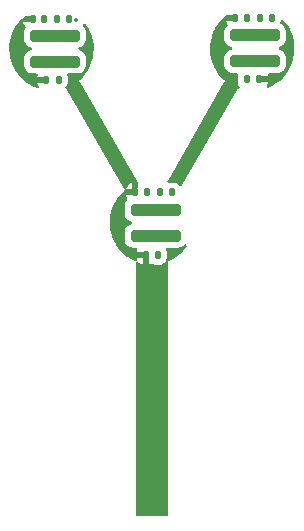
<source format=gbr>
%TF.GenerationSoftware,KiCad,Pcbnew,8.0.8-8.0.8-0~ubuntu22.04.1*%
%TF.CreationDate,2025-03-19T14:39:25-04:00*%
%TF.ProjectId,hpk_5mm,68706b5f-356d-46d2-9e6b-696361645f70,rev?*%
%TF.SameCoordinates,Original*%
%TF.FileFunction,Copper,L2,Bot*%
%TF.FilePolarity,Positive*%
%FSLAX46Y46*%
G04 Gerber Fmt 4.6, Leading zero omitted, Abs format (unit mm)*
G04 Created by KiCad (PCBNEW 8.0.8-8.0.8-0~ubuntu22.04.1) date 2025-03-19 14:39:25*
%MOMM*%
%LPD*%
G01*
G04 APERTURE LIST*
G04 Aperture macros list*
%AMRoundRect*
0 Rectangle with rounded corners*
0 $1 Rounding radius*
0 $2 $3 $4 $5 $6 $7 $8 $9 X,Y pos of 4 corners*
0 Add a 4 corners polygon primitive as box body*
4,1,4,$2,$3,$4,$5,$6,$7,$8,$9,$2,$3,0*
0 Add four circle primitives for the rounded corners*
1,1,$1+$1,$2,$3*
1,1,$1+$1,$4,$5*
1,1,$1+$1,$6,$7*
1,1,$1+$1,$8,$9*
0 Add four rect primitives between the rounded corners*
20,1,$1+$1,$2,$3,$4,$5,0*
20,1,$1+$1,$4,$5,$6,$7,0*
20,1,$1+$1,$6,$7,$8,$9,0*
20,1,$1+$1,$8,$9,$2,$3,0*%
G04 Aperture macros list end*
%TA.AperFunction,SMDPad,CuDef*%
%ADD10RoundRect,0.250000X1.875000X0.250000X-1.875000X0.250000X-1.875000X-0.250000X1.875000X-0.250000X0*%
%TD*%
%TA.AperFunction,SMDPad,CuDef*%
%ADD11RoundRect,0.140000X0.140000X0.170000X-0.140000X0.170000X-0.140000X-0.170000X0.140000X-0.170000X0*%
%TD*%
%TA.AperFunction,SMDPad,CuDef*%
%ADD12RoundRect,0.135000X-0.135000X-0.185000X0.135000X-0.185000X0.135000X0.185000X-0.135000X0.185000X0*%
%TD*%
%TA.AperFunction,SMDPad,CuDef*%
%ADD13RoundRect,0.135000X0.135000X0.185000X-0.135000X0.185000X-0.135000X-0.185000X0.135000X-0.185000X0*%
%TD*%
%TA.AperFunction,ViaPad*%
%ADD14C,0.355600*%
%TD*%
G04 APERTURE END LIST*
D10*
%TO.P,D2,1,K*%
%TO.N,Net-(D2-K)*%
X155254100Y-65408900D03*
%TO.P,D2,2,A*%
%TO.N,Net-(D2-A)*%
X155254100Y-67608900D03*
%TD*%
D11*
%TO.P,C1,1*%
%TO.N,Net-(D1-K)*%
X137358200Y-64048000D03*
%TO.P,C1,2*%
%TO.N,GND*%
X136398200Y-64048000D03*
%TD*%
D12*
%TO.P,R10,1*%
%TO.N,GND*%
X145980000Y-84000000D03*
%TO.P,R10,2*%
%TO.N,Net-(D3-A)*%
X147000000Y-84000000D03*
%TD*%
%TO.P,R5,1*%
%TO.N,/sipm_tia1/VBIAS*%
X155631600Y-63933900D03*
%TO.P,R5,2*%
%TO.N,Net-(D2-K)*%
X156651600Y-63933900D03*
%TD*%
%TO.P,R2,1*%
%TO.N,GND*%
X137578200Y-69148000D03*
%TO.P,R2,2*%
%TO.N,Net-(D1-A)*%
X138598200Y-69148000D03*
%TD*%
D10*
%TO.P,D3,1,K*%
%TO.N,Net-(D3-K)*%
X146812500Y-80175000D03*
%TO.P,D3,2,A*%
%TO.N,Net-(D3-A)*%
X146812500Y-82375000D03*
%TD*%
%TO.P,D1,1,K*%
%TO.N,Net-(D1-K)*%
X138310700Y-65423000D03*
%TO.P,D1,2,A*%
%TO.N,Net-(D1-A)*%
X138310700Y-67623000D03*
%TD*%
D12*
%TO.P,R9,1*%
%TO.N,/sipm_tia1/VBIAS*%
X147180000Y-78700000D03*
%TO.P,R9,2*%
%TO.N,Net-(D3-K)*%
X148200000Y-78700000D03*
%TD*%
D13*
%TO.P,R6,1*%
%TO.N,GND*%
X155561600Y-69133900D03*
%TO.P,R6,2*%
%TO.N,Net-(D2-A)*%
X154541600Y-69133900D03*
%TD*%
%TO.P,R1,1*%
%TO.N,/sipm_tia1/VBIAS*%
X139508200Y-64048000D03*
%TO.P,R1,2*%
%TO.N,Net-(D1-K)*%
X138488200Y-64048000D03*
%TD*%
D11*
%TO.P,C9,1*%
%TO.N,Net-(D3-K)*%
X146060000Y-78700000D03*
%TO.P,C9,2*%
%TO.N,GND*%
X145100000Y-78700000D03*
%TD*%
%TO.P,C5,1*%
%TO.N,Net-(D2-K)*%
X154541600Y-63933900D03*
%TO.P,C5,2*%
%TO.N,GND*%
X153581600Y-63933900D03*
%TD*%
D14*
%TO.N,/sipm_tia1/V+*%
X140111200Y-64112000D03*
%TD*%
%TA.AperFunction,Conductor*%
%TO.N,GND*%
G36*
X140889818Y-64427381D02*
G01*
X140904178Y-64443183D01*
X140950660Y-64504146D01*
X140957873Y-64514691D01*
X141143070Y-64817873D01*
X141149151Y-64829089D01*
X141302173Y-65149719D01*
X141307071Y-65161509D01*
X141426291Y-65496178D01*
X141429952Y-65508416D01*
X141514103Y-65853560D01*
X141516486Y-65866112D01*
X141564681Y-66218099D01*
X141565759Y-66230828D01*
X141577483Y-66585882D01*
X141577247Y-66598654D01*
X141552377Y-66953054D01*
X141550827Y-66965735D01*
X141489628Y-67315681D01*
X141486782Y-67328135D01*
X141389902Y-67669929D01*
X141385790Y-67682024D01*
X141254257Y-68012041D01*
X141248922Y-68023648D01*
X141084133Y-68338381D01*
X141077632Y-68349379D01*
X140881341Y-68645477D01*
X140873744Y-68655747D01*
X140648022Y-68930088D01*
X140639407Y-68939522D01*
X140400941Y-69175073D01*
X140389888Y-69183501D01*
X140381190Y-69191130D01*
X140380231Y-69192381D01*
X140364340Y-69209481D01*
X140360369Y-69213018D01*
X140357337Y-69217277D01*
X140355560Y-69220348D01*
X140355713Y-69220424D01*
X140350314Y-69231370D01*
X140348068Y-69239754D01*
X140342783Y-69255281D01*
X140338011Y-69266752D01*
X140337585Y-69269236D01*
X140337555Y-69274733D01*
X140337186Y-69280364D01*
X140339242Y-69295981D01*
X140340117Y-69305399D01*
X140341180Y-69324866D01*
X140341180Y-69324868D01*
X140341181Y-69324872D01*
X140341182Y-69324874D01*
X140341882Y-69327320D01*
X140343808Y-69330655D01*
X140355221Y-69350423D01*
X140356438Y-69352581D01*
X140373247Y-69383109D01*
X140377457Y-69388936D01*
X145212294Y-77762874D01*
X145215235Y-77769433D01*
X145233263Y-77799245D01*
X145234539Y-77801405D01*
X145247868Y-77824489D01*
X145249639Y-77826322D01*
X145265963Y-77836973D01*
X145273689Y-77842445D01*
X145295875Y-77859468D01*
X145294182Y-77861673D01*
X145332254Y-77896688D01*
X145350000Y-77960611D01*
X145350000Y-78201645D01*
X145332734Y-78264763D01*
X145327507Y-78273600D01*
X145327504Y-78273608D01*
X145282357Y-78429002D01*
X145282356Y-78429008D01*
X145279500Y-78465302D01*
X145279500Y-78576000D01*
X145259815Y-78643039D01*
X145207011Y-78688794D01*
X145155500Y-78700000D01*
X145100000Y-78700000D01*
X145100000Y-78826000D01*
X145080315Y-78893039D01*
X145027511Y-78938794D01*
X144976000Y-78950000D01*
X144321210Y-78950000D01*
X144322854Y-78970910D01*
X144367968Y-79126195D01*
X144367970Y-79126199D01*
X144433082Y-79236299D01*
X144450265Y-79304023D01*
X144428105Y-79370285D01*
X144414032Y-79387100D01*
X144344787Y-79456345D01*
X144252687Y-79605663D01*
X144252686Y-79605666D01*
X144197501Y-79772203D01*
X144197501Y-79772204D01*
X144197500Y-79772204D01*
X144187000Y-79874983D01*
X144187000Y-80475001D01*
X144187001Y-80475019D01*
X144197500Y-80577796D01*
X144197501Y-80577799D01*
X144247391Y-80728355D01*
X144252686Y-80744334D01*
X144344788Y-80893656D01*
X144468844Y-81017712D01*
X144618166Y-81109814D01*
X144761453Y-81157294D01*
X144818896Y-81197065D01*
X144845719Y-81261581D01*
X144833404Y-81330357D01*
X144785861Y-81381557D01*
X144761452Y-81392705D01*
X144618166Y-81440186D01*
X144618163Y-81440187D01*
X144468842Y-81532289D01*
X144344789Y-81656342D01*
X144252687Y-81805663D01*
X144252686Y-81805666D01*
X144197501Y-81972203D01*
X144197501Y-81972204D01*
X144197500Y-81972204D01*
X144187000Y-82074983D01*
X144187000Y-82675001D01*
X144187001Y-82675019D01*
X144197500Y-82777796D01*
X144197501Y-82777799D01*
X144212274Y-82822380D01*
X144252686Y-82944334D01*
X144344788Y-83093656D01*
X144468844Y-83217712D01*
X144618166Y-83309814D01*
X144784703Y-83364999D01*
X144887491Y-83375500D01*
X145149791Y-83375499D01*
X145216828Y-83395183D01*
X145262583Y-83447987D01*
X145272527Y-83517146D01*
X145259814Y-83553271D01*
X145260691Y-83553651D01*
X145257592Y-83560811D01*
X145212833Y-83714871D01*
X145212832Y-83714877D01*
X145210069Y-83750000D01*
X145856000Y-83750000D01*
X145923039Y-83769685D01*
X145968794Y-83822489D01*
X145980000Y-83874000D01*
X145980000Y-84000000D01*
X146105501Y-84000000D01*
X146172540Y-84019685D01*
X146218295Y-84072489D01*
X146229501Y-84124000D01*
X146229501Y-84249181D01*
X146229618Y-84250663D01*
X146230000Y-84260393D01*
X146230000Y-84812844D01*
X146369194Y-84772405D01*
X146369196Y-84772404D01*
X146426386Y-84738582D01*
X146494109Y-84721398D01*
X146552629Y-84738581D01*
X146610607Y-84772869D01*
X146651268Y-84784682D01*
X146764791Y-84817664D01*
X146764794Y-84817664D01*
X146764796Y-84817665D01*
X146800819Y-84820500D01*
X147199180Y-84820499D01*
X147235204Y-84817665D01*
X147389393Y-84772869D01*
X147527598Y-84691135D01*
X147641135Y-84577598D01*
X147643991Y-84572767D01*
X147695054Y-84525083D01*
X147763795Y-84512574D01*
X147785751Y-84521629D01*
X147747575Y-84483393D01*
X147732776Y-84415109D01*
X147737377Y-84389456D01*
X147767664Y-84285208D01*
X147767665Y-84285202D01*
X147767671Y-84285122D01*
X147770500Y-84249181D01*
X147770499Y-83750820D01*
X147767665Y-83714796D01*
X147722869Y-83560607D01*
X147722866Y-83560602D01*
X147719771Y-83553449D01*
X147721538Y-83552684D01*
X147706876Y-83494901D01*
X147729033Y-83428638D01*
X147783497Y-83384872D01*
X147830791Y-83375499D01*
X148737502Y-83375499D01*
X148737508Y-83375499D01*
X148840297Y-83364999D01*
X149006834Y-83309814D01*
X149156156Y-83217712D01*
X149242730Y-83131137D01*
X149304049Y-83097655D01*
X149373741Y-83102639D01*
X149429675Y-83144510D01*
X149454092Y-83209974D01*
X149439241Y-83278247D01*
X149432444Y-83289281D01*
X149344084Y-83417238D01*
X149336554Y-83427056D01*
X149113798Y-83689291D01*
X149105327Y-83698310D01*
X148857542Y-83937045D01*
X148848216Y-83945174D01*
X148577881Y-84158023D01*
X148567789Y-84165183D01*
X148277578Y-84350036D01*
X148266824Y-84356154D01*
X147958699Y-84511638D01*
X147950291Y-84515494D01*
X147928421Y-84524553D01*
X147921002Y-84528637D01*
X147914761Y-84531407D01*
X147913959Y-84529600D01*
X147865203Y-84547742D01*
X147828787Y-84539790D01*
X147868321Y-84596547D01*
X147870748Y-84613015D01*
X147872405Y-84612692D01*
X147875997Y-84631068D01*
X147878300Y-84654856D01*
X147878300Y-105996700D01*
X147858615Y-106063739D01*
X147805811Y-106109494D01*
X147754300Y-106120700D01*
X145257300Y-106120700D01*
X145190261Y-106101015D01*
X145144506Y-106048211D01*
X145133300Y-105996700D01*
X145133300Y-84670688D01*
X145152985Y-84603649D01*
X145205789Y-84557894D01*
X145274947Y-84547950D01*
X145338503Y-84576975D01*
X145344981Y-84583007D01*
X145452705Y-84690731D01*
X145452714Y-84690738D01*
X145590805Y-84772404D01*
X145730000Y-84812844D01*
X145730000Y-84250000D01*
X145210069Y-84250000D01*
X145212832Y-84285122D01*
X145237603Y-84370384D01*
X145237403Y-84440253D01*
X145199460Y-84498923D01*
X145135822Y-84527766D01*
X145071071Y-84519538D01*
X145061306Y-84515493D01*
X145052898Y-84511637D01*
X144744776Y-84356154D01*
X144734022Y-84350036D01*
X144443810Y-84165183D01*
X144433730Y-84158031D01*
X144163374Y-83945166D01*
X144154057Y-83937045D01*
X144035158Y-83822489D01*
X143906263Y-83698301D01*
X143897810Y-83689302D01*
X143675049Y-83427059D01*
X143667519Y-83417242D01*
X143471998Y-83134103D01*
X143465484Y-83123584D01*
X143451166Y-83097655D01*
X143299150Y-82822363D01*
X143293729Y-82811271D01*
X143158244Y-82494979D01*
X143153946Y-82483377D01*
X143102303Y-82319274D01*
X143050660Y-82155168D01*
X143047540Y-82143199D01*
X143033354Y-82074992D01*
X142977473Y-81806322D01*
X142975562Y-81794103D01*
X142939416Y-81451918D01*
X142938733Y-81439572D01*
X142938479Y-81392705D01*
X142936868Y-81095492D01*
X142937417Y-81083156D01*
X142969853Y-80740585D01*
X142971627Y-80728370D01*
X143038044Y-80390720D01*
X143041026Y-80378753D01*
X143140755Y-80049424D01*
X143144926Y-80037781D01*
X143212576Y-79874998D01*
X143276980Y-79720026D01*
X143282281Y-79708877D01*
X143445342Y-79405868D01*
X143451724Y-79395307D01*
X143644175Y-79110048D01*
X143651585Y-79100166D01*
X143871513Y-78835497D01*
X143879848Y-78826428D01*
X144110671Y-78599159D01*
X144121952Y-78590574D01*
X144130364Y-78583196D01*
X144130367Y-78583195D01*
X144131327Y-78581943D01*
X144147219Y-78564840D01*
X144151191Y-78561303D01*
X144151193Y-78561298D01*
X144154239Y-78557020D01*
X144155997Y-78553981D01*
X144155843Y-78553905D01*
X144161242Y-78542955D01*
X144161241Y-78542955D01*
X144161244Y-78542953D01*
X144161523Y-78541911D01*
X144162752Y-78539893D01*
X144166647Y-78531997D01*
X144167353Y-78532345D01*
X144197884Y-78482250D01*
X144260730Y-78451718D01*
X144281299Y-78450000D01*
X144850000Y-78450000D01*
X144850000Y-77895494D01*
X144849998Y-77895493D01*
X144703809Y-77937965D01*
X144703806Y-77937967D01*
X144564625Y-78020278D01*
X144564616Y-78020285D01*
X144450285Y-78134616D01*
X144450278Y-78134625D01*
X144367968Y-78273804D01*
X144367966Y-78273810D01*
X144349219Y-78338337D01*
X144311613Y-78397223D01*
X144248140Y-78426429D01*
X144178953Y-78416683D01*
X144126019Y-78371079D01*
X144122757Y-78365743D01*
X144069674Y-78273804D01*
X139299265Y-70011455D01*
X139296333Y-70004914D01*
X139292037Y-69997810D01*
X139292037Y-69997809D01*
X139278287Y-69975072D01*
X139277050Y-69972978D01*
X139266323Y-69954399D01*
X139265613Y-69953168D01*
X139265612Y-69953167D01*
X139263689Y-69949836D01*
X139261921Y-69948008D01*
X139261920Y-69948005D01*
X139261917Y-69948003D01*
X139261916Y-69948002D01*
X139245594Y-69937352D01*
X139237855Y-69931870D01*
X139234143Y-69929021D01*
X139192947Y-69872588D01*
X139188800Y-69802842D01*
X139221962Y-69742971D01*
X139239335Y-69725598D01*
X139321069Y-69587393D01*
X139365865Y-69433204D01*
X139368700Y-69397181D01*
X139368699Y-68898820D01*
X139365865Y-68862796D01*
X139342419Y-68782093D01*
X139342618Y-68712225D01*
X139380560Y-68653555D01*
X139444199Y-68624711D01*
X139461495Y-68623499D01*
X140235702Y-68623499D01*
X140235708Y-68623499D01*
X140338497Y-68612999D01*
X140505034Y-68557814D01*
X140654356Y-68465712D01*
X140778412Y-68341656D01*
X140870514Y-68192334D01*
X140925699Y-68025797D01*
X140936200Y-67923009D01*
X140936199Y-67322992D01*
X140936095Y-67321978D01*
X140925699Y-67220203D01*
X140925698Y-67220200D01*
X140921026Y-67206100D01*
X140870514Y-67053666D01*
X140778412Y-66904344D01*
X140654356Y-66780288D01*
X140505034Y-66688186D01*
X140361746Y-66640705D01*
X140304303Y-66600933D01*
X140277480Y-66536417D01*
X140289795Y-66467642D01*
X140337338Y-66416442D01*
X140361745Y-66405295D01*
X140505034Y-66357814D01*
X140654356Y-66265712D01*
X140778412Y-66141656D01*
X140870514Y-65992334D01*
X140925699Y-65825797D01*
X140936200Y-65723009D01*
X140936199Y-65122992D01*
X140934757Y-65108880D01*
X140925699Y-65020203D01*
X140925698Y-65020200D01*
X140903312Y-64952644D01*
X140870514Y-64853666D01*
X140778412Y-64704344D01*
X140702464Y-64628396D01*
X140668979Y-64567073D01*
X140673963Y-64497381D01*
X140688092Y-64470280D01*
X140703524Y-64447924D01*
X140757805Y-64403936D01*
X140827253Y-64396277D01*
X140889818Y-64427381D01*
G37*
%TD.AperFunction*%
%TA.AperFunction,Conductor*%
G36*
X153524639Y-63703585D02*
G01*
X153570394Y-63756389D01*
X153581600Y-63807900D01*
X153581600Y-64059900D01*
X153561915Y-64126939D01*
X153509111Y-64172694D01*
X153457600Y-64183900D01*
X152802810Y-64183900D01*
X152804454Y-64204810D01*
X152849568Y-64360095D01*
X152899818Y-64445062D01*
X152917001Y-64512785D01*
X152894841Y-64579048D01*
X152880768Y-64595864D01*
X152786387Y-64690245D01*
X152694287Y-64839563D01*
X152694285Y-64839568D01*
X152689613Y-64853668D01*
X152639101Y-65006103D01*
X152639101Y-65006104D01*
X152639100Y-65006104D01*
X152628600Y-65108883D01*
X152628600Y-65708901D01*
X152628601Y-65708919D01*
X152639100Y-65811696D01*
X152639101Y-65811699D01*
X152694285Y-65978231D01*
X152694286Y-65978234D01*
X152786388Y-66127556D01*
X152910444Y-66251612D01*
X153059766Y-66343714D01*
X153203053Y-66391194D01*
X153260496Y-66430965D01*
X153287319Y-66495481D01*
X153275004Y-66564257D01*
X153227461Y-66615457D01*
X153203052Y-66626605D01*
X153059766Y-66674086D01*
X153059763Y-66674087D01*
X152910442Y-66766189D01*
X152786389Y-66890242D01*
X152694287Y-67039563D01*
X152694285Y-67039568D01*
X152689613Y-67053668D01*
X152639101Y-67206103D01*
X152639101Y-67206104D01*
X152639100Y-67206104D01*
X152628600Y-67308883D01*
X152628600Y-67908901D01*
X152628601Y-67908919D01*
X152639100Y-68011696D01*
X152639101Y-68011699D01*
X152666439Y-68094198D01*
X152694286Y-68178234D01*
X152786388Y-68327556D01*
X152910444Y-68451612D01*
X153059766Y-68543714D01*
X153226303Y-68598899D01*
X153329091Y-68609400D01*
X153678305Y-68609399D01*
X153745343Y-68629083D01*
X153791098Y-68681887D01*
X153801042Y-68751046D01*
X153797381Y-68767993D01*
X153773934Y-68848697D01*
X153771100Y-68884711D01*
X153771100Y-69383069D01*
X153771101Y-69383091D01*
X153773935Y-69419105D01*
X153818729Y-69573288D01*
X153818731Y-69573293D01*
X153900465Y-69711499D01*
X153901790Y-69713207D01*
X153902411Y-69714789D01*
X153904436Y-69718213D01*
X153903883Y-69718539D01*
X153927324Y-69778245D01*
X153913642Y-69846762D01*
X153865089Y-69897005D01*
X153835895Y-69908982D01*
X153826835Y-69911409D01*
X153810744Y-69914596D01*
X153798422Y-69916198D01*
X153796070Y-69917066D01*
X153791285Y-69919795D01*
X153786233Y-69922287D01*
X153773732Y-69931879D01*
X153766011Y-69937348D01*
X153749679Y-69948004D01*
X153747912Y-69949832D01*
X153734580Y-69972922D01*
X153733307Y-69975077D01*
X153715279Y-70004891D01*
X153712342Y-70011440D01*
X149041251Y-78101770D01*
X148990684Y-78149985D01*
X148922076Y-78163207D01*
X148857212Y-78137239D01*
X148846184Y-78127450D01*
X148727603Y-78008869D01*
X148727595Y-78008863D01*
X148589393Y-77927131D01*
X148589388Y-77927129D01*
X148435208Y-77882335D01*
X148435202Y-77882334D01*
X148399181Y-77879500D01*
X148000830Y-77879500D01*
X148000808Y-77879501D01*
X147958480Y-77882832D01*
X147958351Y-77881199D01*
X147896891Y-77874718D01*
X147842400Y-77830986D01*
X147820201Y-77764737D01*
X147836726Y-77698061D01*
X152634136Y-69388945D01*
X152638348Y-69383118D01*
X152655149Y-69352605D01*
X152656389Y-69350406D01*
X152669717Y-69327322D01*
X152670420Y-69324871D01*
X152671154Y-69311411D01*
X152671482Y-69305395D01*
X152672355Y-69295999D01*
X152674414Y-69280365D01*
X152674412Y-69280360D01*
X152674046Y-69274760D01*
X152674016Y-69269236D01*
X152673591Y-69266758D01*
X152673590Y-69266757D01*
X152673591Y-69266756D01*
X152668815Y-69255278D01*
X152663533Y-69239754D01*
X152661287Y-69231371D01*
X152661285Y-69231369D01*
X152661285Y-69231367D01*
X152655884Y-69220414D01*
X152656037Y-69220338D01*
X152654279Y-69217298D01*
X152651233Y-69213019D01*
X152647262Y-69209482D01*
X152631362Y-69192372D01*
X152630408Y-69191129D01*
X152621601Y-69183405D01*
X152610723Y-69175110D01*
X152372211Y-68939514D01*
X152363596Y-68930080D01*
X152296635Y-68848696D01*
X152137865Y-68655728D01*
X152130280Y-68645473D01*
X151933981Y-68349363D01*
X151927484Y-68338372D01*
X151921821Y-68327557D01*
X151799638Y-68094198D01*
X151762695Y-68023641D01*
X151757360Y-68012033D01*
X151625828Y-67682018D01*
X151621716Y-67669923D01*
X151603934Y-67607189D01*
X151524836Y-67328130D01*
X151521991Y-67315677D01*
X151460790Y-66965724D01*
X151459243Y-66953061D01*
X151434371Y-66598649D01*
X151434136Y-66585882D01*
X151445861Y-66230818D01*
X151446937Y-66218113D01*
X151495136Y-65866098D01*
X151497512Y-65853582D01*
X151581668Y-65508416D01*
X151585327Y-65496184D01*
X151585329Y-65496178D01*
X151704549Y-65161508D01*
X151709444Y-65149728D01*
X151862468Y-64829092D01*
X151868545Y-64817885D01*
X152053751Y-64514691D01*
X152060946Y-64504171D01*
X152083801Y-64474195D01*
X152276360Y-64221642D01*
X152284603Y-64211914D01*
X152527951Y-63953040D01*
X152537142Y-63944222D01*
X152803099Y-63714124D01*
X152866677Y-63685149D01*
X152884230Y-63683900D01*
X153457600Y-63683900D01*
X153524639Y-63703585D01*
G37*
%TD.AperFunction*%
%TA.AperFunction,Conductor*%
G36*
X136341239Y-63817685D02*
G01*
X136386994Y-63870489D01*
X136398200Y-63922000D01*
X136398200Y-64174000D01*
X136378515Y-64241039D01*
X136325711Y-64286794D01*
X136274200Y-64298000D01*
X135619410Y-64298000D01*
X135621054Y-64318910D01*
X135666168Y-64474195D01*
X135748478Y-64613374D01*
X135748485Y-64613383D01*
X135772307Y-64637205D01*
X135805792Y-64698528D01*
X135800808Y-64768220D01*
X135790166Y-64789981D01*
X135750888Y-64853661D01*
X135750885Y-64853668D01*
X135743685Y-64875396D01*
X135695701Y-65020203D01*
X135695701Y-65020204D01*
X135695700Y-65020204D01*
X135685200Y-65122983D01*
X135685200Y-65723001D01*
X135685201Y-65723019D01*
X135695700Y-65825796D01*
X135695701Y-65825799D01*
X135709060Y-65866112D01*
X135750886Y-65992334D01*
X135842988Y-66141656D01*
X135967044Y-66265712D01*
X136116366Y-66357814D01*
X136259653Y-66405294D01*
X136317096Y-66445065D01*
X136343919Y-66509581D01*
X136331604Y-66578357D01*
X136284061Y-66629557D01*
X136259652Y-66640705D01*
X136116366Y-66688186D01*
X136116363Y-66688187D01*
X135967042Y-66780289D01*
X135842989Y-66904342D01*
X135750887Y-67053663D01*
X135750886Y-67053666D01*
X135695701Y-67220203D01*
X135695701Y-67220204D01*
X135695700Y-67220204D01*
X135685200Y-67322983D01*
X135685200Y-67923001D01*
X135685201Y-67923019D01*
X135695700Y-68025796D01*
X135695701Y-68025799D01*
X135746213Y-68178231D01*
X135750886Y-68192334D01*
X135842988Y-68341656D01*
X135967044Y-68465712D01*
X136116366Y-68557814D01*
X136282903Y-68612999D01*
X136385691Y-68623500D01*
X136715427Y-68623499D01*
X136782464Y-68643183D01*
X136828219Y-68695987D01*
X136838163Y-68765146D01*
X136834502Y-68782093D01*
X136811032Y-68862877D01*
X136808269Y-68898000D01*
X137454200Y-68898000D01*
X137521239Y-68917685D01*
X137566994Y-68970489D01*
X137578200Y-69022000D01*
X137578200Y-69274000D01*
X137558515Y-69341039D01*
X137505711Y-69386794D01*
X137454200Y-69398000D01*
X136808269Y-69398000D01*
X136811032Y-69433122D01*
X136811033Y-69433128D01*
X136855792Y-69587188D01*
X136855793Y-69587191D01*
X136918440Y-69693121D01*
X136935623Y-69760845D01*
X136913463Y-69827107D01*
X136858997Y-69870871D01*
X136789517Y-69878240D01*
X136769134Y-69872704D01*
X136614016Y-69815999D01*
X136602260Y-69811001D01*
X136282909Y-69655341D01*
X136271729Y-69649159D01*
X135970106Y-69461479D01*
X135959621Y-69454180D01*
X135678889Y-69236447D01*
X135669211Y-69228109D01*
X135657877Y-69217277D01*
X135412367Y-68982645D01*
X135403611Y-68973366D01*
X135173395Y-68702790D01*
X135165638Y-68692660D01*
X134964470Y-68399817D01*
X134957791Y-68388932D01*
X134924353Y-68327556D01*
X134787831Y-68076964D01*
X134782307Y-68065449D01*
X134645344Y-67737643D01*
X134641033Y-67725618D01*
X134605345Y-67607195D01*
X134538526Y-67385467D01*
X134535476Y-67373066D01*
X134532687Y-67358537D01*
X134468509Y-67024174D01*
X134466751Y-67011524D01*
X134463668Y-66975992D01*
X134436035Y-66657574D01*
X134435589Y-66644830D01*
X134441452Y-66289608D01*
X134442320Y-66276870D01*
X134445355Y-66251610D01*
X134484703Y-65924113D01*
X134486872Y-65911564D01*
X134565323Y-65565041D01*
X134568772Y-65552779D01*
X134682459Y-65216171D01*
X134687155Y-65204318D01*
X134834872Y-64881189D01*
X134840765Y-64869879D01*
X135020942Y-64563670D01*
X135027962Y-64553035D01*
X135238682Y-64266992D01*
X135246776Y-64257115D01*
X135279031Y-64221648D01*
X135485803Y-63994278D01*
X135494871Y-63985287D01*
X135668957Y-63829577D01*
X135732048Y-63799555D01*
X135751624Y-63798000D01*
X136274200Y-63798000D01*
X136341239Y-63817685D01*
G37*
%TD.AperFunction*%
%TA.AperFunction,Conductor*%
G36*
X157633462Y-64112848D02*
G01*
X157636881Y-64116458D01*
X157764810Y-64257131D01*
X157772900Y-64267004D01*
X157947597Y-64504146D01*
X157983613Y-64553035D01*
X157990650Y-64563697D01*
X158170810Y-64869880D01*
X158176713Y-64881209D01*
X158324422Y-65204318D01*
X158329127Y-65216195D01*
X158442802Y-65552767D01*
X158446261Y-65565065D01*
X158514416Y-65866112D01*
X158524703Y-65911548D01*
X158526879Y-65924136D01*
X158569259Y-66276871D01*
X158570127Y-66289617D01*
X158575990Y-66644819D01*
X158575543Y-66657586D01*
X158544828Y-67011522D01*
X158543069Y-67024175D01*
X158476104Y-67373062D01*
X158473053Y-67385467D01*
X158370547Y-67725611D01*
X158366236Y-67737637D01*
X158229273Y-68065442D01*
X158223747Y-68076959D01*
X158053791Y-68388921D01*
X158047109Y-68399810D01*
X157845949Y-68692641D01*
X157838183Y-68702784D01*
X157607979Y-68973346D01*
X157599211Y-68982637D01*
X157342368Y-69228099D01*
X157332690Y-69236437D01*
X157051979Y-69454155D01*
X157041494Y-69461455D01*
X156739856Y-69649144D01*
X156728676Y-69655325D01*
X156409327Y-69810984D01*
X156397593Y-69815974D01*
X156395425Y-69816767D01*
X156325703Y-69821310D01*
X156264594Y-69787437D01*
X156231498Y-69725902D01*
X156236924Y-69656244D01*
X156246097Y-69637191D01*
X156284008Y-69573087D01*
X156328766Y-69419028D01*
X156328767Y-69419022D01*
X156331531Y-69383900D01*
X155685600Y-69383900D01*
X155618561Y-69364215D01*
X155572806Y-69311411D01*
X155561600Y-69259900D01*
X155561600Y-69007900D01*
X155581285Y-68940861D01*
X155634089Y-68895106D01*
X155685600Y-68883900D01*
X156331531Y-68883900D01*
X156328767Y-68848777D01*
X156328766Y-68848771D01*
X156305298Y-68767994D01*
X156305497Y-68698125D01*
X156343439Y-68639455D01*
X156407077Y-68610611D01*
X156424374Y-68609399D01*
X157179102Y-68609399D01*
X157179108Y-68609399D01*
X157281897Y-68598899D01*
X157448434Y-68543714D01*
X157597756Y-68451612D01*
X157721812Y-68327556D01*
X157813914Y-68178234D01*
X157869099Y-68011697D01*
X157879600Y-67908909D01*
X157879599Y-67308892D01*
X157871525Y-67229857D01*
X157869099Y-67206103D01*
X157869098Y-67206100D01*
X157813914Y-67039566D01*
X157721812Y-66890244D01*
X157597756Y-66766188D01*
X157504988Y-66708969D01*
X157448436Y-66674087D01*
X157448431Y-66674085D01*
X157360112Y-66644819D01*
X157305146Y-66626605D01*
X157247703Y-66586833D01*
X157220880Y-66522317D01*
X157233195Y-66453542D01*
X157280738Y-66402342D01*
X157305145Y-66391195D01*
X157448434Y-66343714D01*
X157597756Y-66251612D01*
X157721812Y-66127556D01*
X157813914Y-65978234D01*
X157869099Y-65811697D01*
X157879600Y-65708909D01*
X157879599Y-65108892D01*
X157869099Y-65006103D01*
X157813914Y-64839566D01*
X157721812Y-64690244D01*
X157597756Y-64566188D01*
X157448434Y-64474086D01*
X157448432Y-64474085D01*
X157442287Y-64470295D01*
X157443829Y-64467794D01*
X157401397Y-64430443D01*
X157382236Y-64363252D01*
X157387156Y-64329624D01*
X157419264Y-64219108D01*
X157419265Y-64219102D01*
X157420390Y-64204810D01*
X157421541Y-64190175D01*
X157446423Y-64124888D01*
X157502653Y-64083416D01*
X157572378Y-64078927D01*
X157633462Y-64112848D01*
G37*
%TD.AperFunction*%
%TD*%
M02*

</source>
